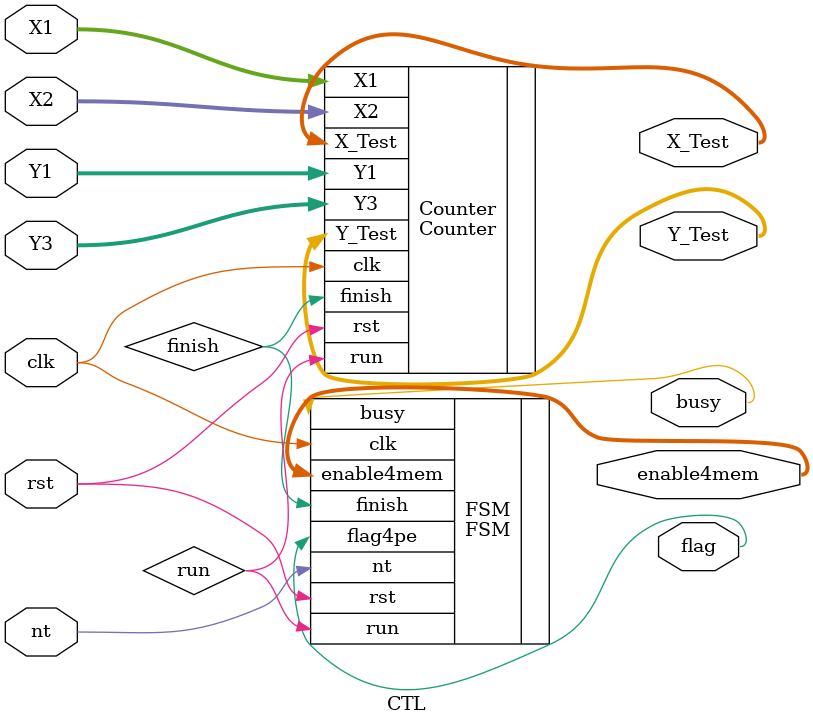
<source format=v>
`include "FSM.v"
`include "Counter.v"
module CTL(
		input					clk,
		input					rst,
		input					nt,
		input			[2:0]	X1,
		input			[2:0]	Y1,
		input			[2:0]	X2,
		input			[2:0]	Y3,
		output	wire			busy,
		output	wire	[2:0]	X_Test,
		output	wire	[2:0]	Y_Test,
		output	wire	[2:0]	enable4mem,
		output	wire			flag
		);
///////////////////////// var ///////////////////////////////
	wire	run;
	wire	finish;
///////////////////////// module ////////////////////////////
	FSM FSM(
		.clk(clk),
		.rst(rst),
		.nt(nt),
		.busy(busy),
		.enable4mem(enable4mem),
		.flag4pe(flag),
		.run(run),
		.finish(finish)
		);

	Counter Counter(
		.clk(clk),
		.rst(rst),
		.X1(X1),
		.X2(X2),
		.Y1(Y1),
		.Y3(Y3),
		.run(run),
		.X_Test(X_Test),
		.Y_Test(Y_Test),
		.finish(finish)
		);

endmodule
</source>
